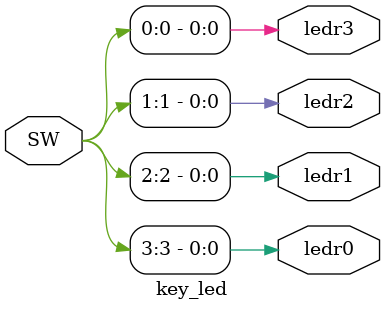
<source format=v>
module key_led(
    input [3:0]SW,
    output ledr0,
    output ledr1,
    output ledr2,
    output ledr3
	
);

	assign {ledr0,ledr1,ledr2,ledr3}= SW;   // 将开关状态直接映射到LED状态

endmodule


</source>
